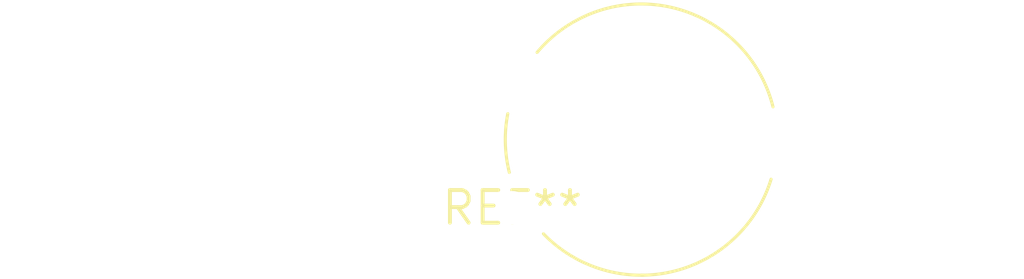
<source format=kicad_pcb>
(kicad_pcb (version 20240108) (generator pcbnew)
  (layers (0 "F.Cu" signal) (31 "B.Cu" signal) (34 "B.Paste" user) (35 "F.Paste" user) (36 "B.SilkS" user "B.Silkscreen") (37 "F.SilkS" user "F.Silkscreen") (38 "B.Mask" user) (39 "F.Mask" user) (44 "Edge.Cuts" user))
  (net 0 "")
  (footprint "Potentiometer_Piher_PT-10-V10_Vertical" (layer "F.Cu") (at 0 0)
    (property "Reference" "REF**")
    (property "Value" "Potentiometer_Piher_PT-10-V10_Vertical")
    (fp_arc (start -0.11439 -1.375119) (mid -0.269093 -2.512295) (end -0.174 -3.656) (layer "F.SilkS") (stroke (width 0.12)))
    (fp_arc (start 0.963379 -6.038474) (mid 6.186565 -7.784991) (end 10.114 -3.924) (layer "F.SilkS") (stroke (width 0.12)))
    (fp_arc (start 5.09203 2.619358) (mid 2.983245 2.219015) (end 1.209 1.011) (layer "F.SilkS") (stroke (width 0.12)))
    (fp_arc (start 10.039726 -1.109201) (mid 8.134716 1.586326) (end 5 2.62) (layer "F.SilkS") (stroke (width 0.12)))
    (pad "1" thru_hole circle (at 0 0) (size 2.34 2.34) (drill 1.3) (layers *.Cu *.Mask) (remove_unused_layers))
    (pad "2" thru_hole circle (at 10 -2.5) (size 2.34 2.34) (drill 1.3) (layers *.Cu *.Mask) (remove_unused_layers))
    (pad "3" thru_hole circle (at 0 -5) (size 2.34 2.34) (drill 1.3) (layers *.Cu *.Mask) (remove_unused_layers))
  )
)
</source>
